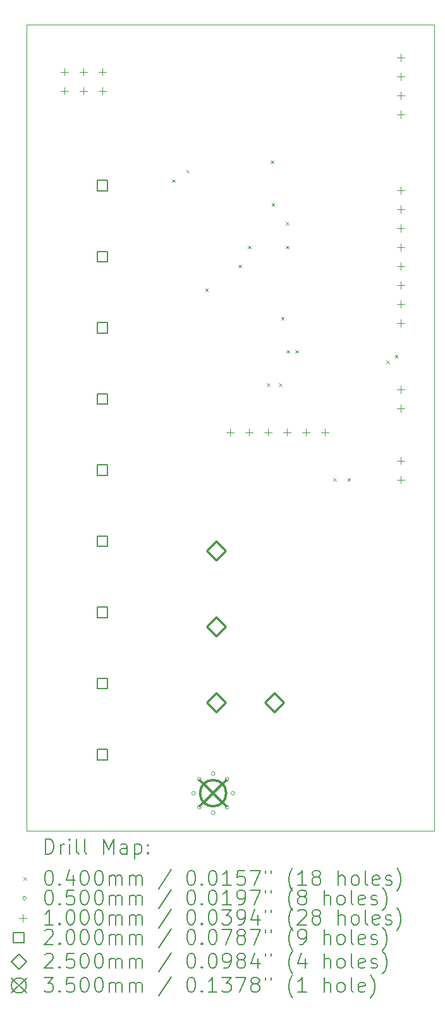
<source format=gbr>
%FSLAX45Y45*%
G04 Gerber Fmt 4.5, Leading zero omitted, Abs format (unit mm)*
G04 Created by KiCad (PCBNEW 6.0.1-79c1e3a40b~116~ubuntu21.04.1) date 2022-02-15 15:37:36*
%MOMM*%
%LPD*%
G01*
G04 APERTURE LIST*
%TA.AperFunction,Profile*%
%ADD10C,0.050000*%
%TD*%
%ADD11C,0.200000*%
%ADD12C,0.040000*%
%ADD13C,0.050000*%
%ADD14C,0.100000*%
%ADD15C,0.250000*%
%ADD16C,0.350000*%
G04 APERTURE END LIST*
D10*
X10922000Y-16256000D02*
X5461000Y-16256000D01*
X10922000Y-12573000D02*
X10922000Y-16256000D01*
X10922000Y-11049000D02*
X10922000Y-12573000D01*
X10922000Y-5461000D02*
X10922000Y-11049000D01*
X5461000Y-5461000D02*
X10922000Y-5461000D01*
X5461000Y-16256000D02*
X5461000Y-5461000D01*
D11*
D12*
X7409500Y-7536500D02*
X7449500Y-7576500D01*
X7449500Y-7536500D02*
X7409500Y-7576500D01*
X7600000Y-7409500D02*
X7640000Y-7449500D01*
X7640000Y-7409500D02*
X7600000Y-7449500D01*
X7854000Y-8997000D02*
X7894000Y-9037000D01*
X7894000Y-8997000D02*
X7854000Y-9037000D01*
X8298500Y-8679500D02*
X8338500Y-8719500D01*
X8338500Y-8679500D02*
X8298500Y-8719500D01*
X8425500Y-8425500D02*
X8465500Y-8465500D01*
X8465500Y-8425500D02*
X8425500Y-8465500D01*
X8679500Y-10267000D02*
X8719500Y-10307000D01*
X8719500Y-10267000D02*
X8679500Y-10307000D01*
X8734000Y-7282500D02*
X8774000Y-7322500D01*
X8774000Y-7282500D02*
X8734000Y-7322500D01*
X8743000Y-7854000D02*
X8783000Y-7894000D01*
X8783000Y-7854000D02*
X8743000Y-7894000D01*
X8844500Y-10267000D02*
X8884500Y-10307000D01*
X8884500Y-10267000D02*
X8844500Y-10307000D01*
X8870000Y-9378000D02*
X8910000Y-9418000D01*
X8910000Y-9378000D02*
X8870000Y-9418000D01*
X8933500Y-8108000D02*
X8973500Y-8148000D01*
X8973500Y-8108000D02*
X8933500Y-8148000D01*
X8933500Y-8425500D02*
X8973500Y-8465500D01*
X8973500Y-8425500D02*
X8933500Y-8465500D01*
X8942500Y-9822500D02*
X8982500Y-9862500D01*
X8982500Y-9822500D02*
X8942500Y-9862500D01*
X9060500Y-9822500D02*
X9100500Y-9862500D01*
X9100500Y-9822500D02*
X9060500Y-9862500D01*
X9568500Y-11537000D02*
X9608500Y-11577000D01*
X9608500Y-11537000D02*
X9568500Y-11577000D01*
X9759000Y-11537000D02*
X9799000Y-11577000D01*
X9799000Y-11537000D02*
X9759000Y-11577000D01*
X10278286Y-9960786D02*
X10318286Y-10000786D01*
X10318286Y-9960786D02*
X10278286Y-10000786D01*
X10394000Y-9886000D02*
X10434000Y-9926000D01*
X10434000Y-9886000D02*
X10394000Y-9926000D01*
D13*
X7723500Y-15756000D02*
G75*
G03*
X7723500Y-15756000I-25000J0D01*
G01*
X7800384Y-15570384D02*
G75*
G03*
X7800384Y-15570384I-25000J0D01*
G01*
X7800384Y-15941615D02*
G75*
G03*
X7800384Y-15941615I-25000J0D01*
G01*
X7986000Y-15493500D02*
G75*
G03*
X7986000Y-15493500I-25000J0D01*
G01*
X7986000Y-16018500D02*
G75*
G03*
X7986000Y-16018500I-25000J0D01*
G01*
X8171615Y-15570384D02*
G75*
G03*
X8171615Y-15570384I-25000J0D01*
G01*
X8171615Y-15941615D02*
G75*
G03*
X8171615Y-15941615I-25000J0D01*
G01*
X8248500Y-15756000D02*
G75*
G03*
X8248500Y-15756000I-25000J0D01*
G01*
D14*
X5969000Y-6046000D02*
X5969000Y-6146000D01*
X5919000Y-6096000D02*
X6019000Y-6096000D01*
X5969000Y-6300000D02*
X5969000Y-6400000D01*
X5919000Y-6350000D02*
X6019000Y-6350000D01*
X6223000Y-6046000D02*
X6223000Y-6146000D01*
X6173000Y-6096000D02*
X6273000Y-6096000D01*
X6223000Y-6300000D02*
X6223000Y-6400000D01*
X6173000Y-6350000D02*
X6273000Y-6350000D01*
X6477000Y-6046000D02*
X6477000Y-6146000D01*
X6427000Y-6096000D02*
X6527000Y-6096000D01*
X6477000Y-6300000D02*
X6477000Y-6400000D01*
X6427000Y-6350000D02*
X6527000Y-6350000D01*
X8191500Y-10872000D02*
X8191500Y-10972000D01*
X8141500Y-10922000D02*
X8241500Y-10922000D01*
X8445500Y-10872000D02*
X8445500Y-10972000D01*
X8395500Y-10922000D02*
X8495500Y-10922000D01*
X8699500Y-10872000D02*
X8699500Y-10972000D01*
X8649500Y-10922000D02*
X8749500Y-10922000D01*
X8953500Y-10872000D02*
X8953500Y-10972000D01*
X8903500Y-10922000D02*
X9003500Y-10922000D01*
X9207500Y-10872000D02*
X9207500Y-10972000D01*
X9157500Y-10922000D02*
X9257500Y-10922000D01*
X9461500Y-10872000D02*
X9461500Y-10972000D01*
X9411500Y-10922000D02*
X9511500Y-10922000D01*
X10477500Y-5855500D02*
X10477500Y-5955500D01*
X10427500Y-5905500D02*
X10527500Y-5905500D01*
X10477500Y-6109500D02*
X10477500Y-6209500D01*
X10427500Y-6159500D02*
X10527500Y-6159500D01*
X10477500Y-6363500D02*
X10477500Y-6463500D01*
X10427500Y-6413500D02*
X10527500Y-6413500D01*
X10477500Y-6617500D02*
X10477500Y-6717500D01*
X10427500Y-6667500D02*
X10527500Y-6667500D01*
X10477500Y-7633500D02*
X10477500Y-7733500D01*
X10427500Y-7683500D02*
X10527500Y-7683500D01*
X10477500Y-7887500D02*
X10477500Y-7987500D01*
X10427500Y-7937500D02*
X10527500Y-7937500D01*
X10477500Y-8141500D02*
X10477500Y-8241500D01*
X10427500Y-8191500D02*
X10527500Y-8191500D01*
X10477500Y-8395500D02*
X10477500Y-8495500D01*
X10427500Y-8445500D02*
X10527500Y-8445500D01*
X10477500Y-8649500D02*
X10477500Y-8749500D01*
X10427500Y-8699500D02*
X10527500Y-8699500D01*
X10477500Y-8903500D02*
X10477500Y-9003500D01*
X10427500Y-8953500D02*
X10527500Y-8953500D01*
X10477500Y-9157500D02*
X10477500Y-9257500D01*
X10427500Y-9207500D02*
X10527500Y-9207500D01*
X10477500Y-9411500D02*
X10477500Y-9511500D01*
X10427500Y-9461500D02*
X10527500Y-9461500D01*
X10477500Y-10300500D02*
X10477500Y-10400500D01*
X10427500Y-10350500D02*
X10527500Y-10350500D01*
X10477500Y-10554500D02*
X10477500Y-10654500D01*
X10427500Y-10604500D02*
X10527500Y-10604500D01*
X10477500Y-11253000D02*
X10477500Y-11353000D01*
X10427500Y-11303000D02*
X10527500Y-11303000D01*
X10477500Y-11507000D02*
X10477500Y-11607000D01*
X10427500Y-11557000D02*
X10527500Y-11557000D01*
D11*
X6547711Y-7690711D02*
X6547711Y-7549289D01*
X6406289Y-7549289D01*
X6406289Y-7690711D01*
X6547711Y-7690711D01*
X6547711Y-8643211D02*
X6547711Y-8501789D01*
X6406289Y-8501789D01*
X6406289Y-8643211D01*
X6547711Y-8643211D01*
X6547711Y-9595711D02*
X6547711Y-9454289D01*
X6406289Y-9454289D01*
X6406289Y-9595711D01*
X6547711Y-9595711D01*
X6547711Y-10548211D02*
X6547711Y-10406789D01*
X6406289Y-10406789D01*
X6406289Y-10548211D01*
X6547711Y-10548211D01*
X6547711Y-11500711D02*
X6547711Y-11359289D01*
X6406289Y-11359289D01*
X6406289Y-11500711D01*
X6547711Y-11500711D01*
X6547711Y-12453211D02*
X6547711Y-12311789D01*
X6406289Y-12311789D01*
X6406289Y-12453211D01*
X6547711Y-12453211D01*
X6547711Y-13405711D02*
X6547711Y-13264289D01*
X6406289Y-13264289D01*
X6406289Y-13405711D01*
X6547711Y-13405711D01*
X6547711Y-14358211D02*
X6547711Y-14216789D01*
X6406289Y-14216789D01*
X6406289Y-14358211D01*
X6547711Y-14358211D01*
X6547711Y-15310711D02*
X6547711Y-15169289D01*
X6406289Y-15169289D01*
X6406289Y-15310711D01*
X6547711Y-15310711D01*
D15*
X8001000Y-12634500D02*
X8126000Y-12509500D01*
X8001000Y-12384500D01*
X7876000Y-12509500D01*
X8001000Y-12634500D01*
X8001000Y-13650500D02*
X8126000Y-13525500D01*
X8001000Y-13400500D01*
X7876000Y-13525500D01*
X8001000Y-13650500D01*
X8001000Y-14666500D02*
X8126000Y-14541500D01*
X8001000Y-14416500D01*
X7876000Y-14541500D01*
X8001000Y-14666500D01*
X8781000Y-14666500D02*
X8906000Y-14541500D01*
X8781000Y-14416500D01*
X8656000Y-14541500D01*
X8781000Y-14666500D01*
D16*
X7786000Y-15581000D02*
X8136000Y-15931000D01*
X8136000Y-15581000D02*
X7786000Y-15931000D01*
X8136000Y-15756000D02*
G75*
G03*
X8136000Y-15756000I-175000J0D01*
G01*
D11*
X5716119Y-16568976D02*
X5716119Y-16368976D01*
X5763738Y-16368976D01*
X5792309Y-16378500D01*
X5811357Y-16397548D01*
X5820881Y-16416595D01*
X5830405Y-16454690D01*
X5830405Y-16483262D01*
X5820881Y-16521357D01*
X5811357Y-16540405D01*
X5792309Y-16559452D01*
X5763738Y-16568976D01*
X5716119Y-16568976D01*
X5916119Y-16568976D02*
X5916119Y-16435643D01*
X5916119Y-16473738D02*
X5925643Y-16454690D01*
X5935167Y-16445167D01*
X5954214Y-16435643D01*
X5973262Y-16435643D01*
X6039928Y-16568976D02*
X6039928Y-16435643D01*
X6039928Y-16368976D02*
X6030405Y-16378500D01*
X6039928Y-16388024D01*
X6049452Y-16378500D01*
X6039928Y-16368976D01*
X6039928Y-16388024D01*
X6163738Y-16568976D02*
X6144690Y-16559452D01*
X6135167Y-16540405D01*
X6135167Y-16368976D01*
X6268500Y-16568976D02*
X6249452Y-16559452D01*
X6239928Y-16540405D01*
X6239928Y-16368976D01*
X6497071Y-16568976D02*
X6497071Y-16368976D01*
X6563738Y-16511833D01*
X6630405Y-16368976D01*
X6630405Y-16568976D01*
X6811357Y-16568976D02*
X6811357Y-16464214D01*
X6801833Y-16445167D01*
X6782786Y-16435643D01*
X6744690Y-16435643D01*
X6725643Y-16445167D01*
X6811357Y-16559452D02*
X6792309Y-16568976D01*
X6744690Y-16568976D01*
X6725643Y-16559452D01*
X6716119Y-16540405D01*
X6716119Y-16521357D01*
X6725643Y-16502309D01*
X6744690Y-16492786D01*
X6792309Y-16492786D01*
X6811357Y-16483262D01*
X6906595Y-16435643D02*
X6906595Y-16635643D01*
X6906595Y-16445167D02*
X6925643Y-16435643D01*
X6963738Y-16435643D01*
X6982786Y-16445167D01*
X6992309Y-16454690D01*
X7001833Y-16473738D01*
X7001833Y-16530881D01*
X6992309Y-16549928D01*
X6982786Y-16559452D01*
X6963738Y-16568976D01*
X6925643Y-16568976D01*
X6906595Y-16559452D01*
X7087548Y-16549928D02*
X7097071Y-16559452D01*
X7087548Y-16568976D01*
X7078024Y-16559452D01*
X7087548Y-16549928D01*
X7087548Y-16568976D01*
X7087548Y-16445167D02*
X7097071Y-16454690D01*
X7087548Y-16464214D01*
X7078024Y-16454690D01*
X7087548Y-16445167D01*
X7087548Y-16464214D01*
D12*
X5418500Y-16878500D02*
X5458500Y-16918500D01*
X5458500Y-16878500D02*
X5418500Y-16918500D01*
D11*
X5754214Y-16788976D02*
X5773262Y-16788976D01*
X5792309Y-16798500D01*
X5801833Y-16808024D01*
X5811357Y-16827071D01*
X5820881Y-16865167D01*
X5820881Y-16912786D01*
X5811357Y-16950881D01*
X5801833Y-16969929D01*
X5792309Y-16979452D01*
X5773262Y-16988976D01*
X5754214Y-16988976D01*
X5735167Y-16979452D01*
X5725643Y-16969929D01*
X5716119Y-16950881D01*
X5706595Y-16912786D01*
X5706595Y-16865167D01*
X5716119Y-16827071D01*
X5725643Y-16808024D01*
X5735167Y-16798500D01*
X5754214Y-16788976D01*
X5906595Y-16969929D02*
X5916119Y-16979452D01*
X5906595Y-16988976D01*
X5897071Y-16979452D01*
X5906595Y-16969929D01*
X5906595Y-16988976D01*
X6087548Y-16855643D02*
X6087548Y-16988976D01*
X6039928Y-16779452D02*
X5992309Y-16922310D01*
X6116119Y-16922310D01*
X6230405Y-16788976D02*
X6249452Y-16788976D01*
X6268500Y-16798500D01*
X6278024Y-16808024D01*
X6287548Y-16827071D01*
X6297071Y-16865167D01*
X6297071Y-16912786D01*
X6287548Y-16950881D01*
X6278024Y-16969929D01*
X6268500Y-16979452D01*
X6249452Y-16988976D01*
X6230405Y-16988976D01*
X6211357Y-16979452D01*
X6201833Y-16969929D01*
X6192309Y-16950881D01*
X6182786Y-16912786D01*
X6182786Y-16865167D01*
X6192309Y-16827071D01*
X6201833Y-16808024D01*
X6211357Y-16798500D01*
X6230405Y-16788976D01*
X6420881Y-16788976D02*
X6439928Y-16788976D01*
X6458976Y-16798500D01*
X6468500Y-16808024D01*
X6478024Y-16827071D01*
X6487548Y-16865167D01*
X6487548Y-16912786D01*
X6478024Y-16950881D01*
X6468500Y-16969929D01*
X6458976Y-16979452D01*
X6439928Y-16988976D01*
X6420881Y-16988976D01*
X6401833Y-16979452D01*
X6392309Y-16969929D01*
X6382786Y-16950881D01*
X6373262Y-16912786D01*
X6373262Y-16865167D01*
X6382786Y-16827071D01*
X6392309Y-16808024D01*
X6401833Y-16798500D01*
X6420881Y-16788976D01*
X6573262Y-16988976D02*
X6573262Y-16855643D01*
X6573262Y-16874690D02*
X6582786Y-16865167D01*
X6601833Y-16855643D01*
X6630405Y-16855643D01*
X6649452Y-16865167D01*
X6658976Y-16884214D01*
X6658976Y-16988976D01*
X6658976Y-16884214D02*
X6668500Y-16865167D01*
X6687548Y-16855643D01*
X6716119Y-16855643D01*
X6735167Y-16865167D01*
X6744690Y-16884214D01*
X6744690Y-16988976D01*
X6839928Y-16988976D02*
X6839928Y-16855643D01*
X6839928Y-16874690D02*
X6849452Y-16865167D01*
X6868500Y-16855643D01*
X6897071Y-16855643D01*
X6916119Y-16865167D01*
X6925643Y-16884214D01*
X6925643Y-16988976D01*
X6925643Y-16884214D02*
X6935167Y-16865167D01*
X6954214Y-16855643D01*
X6982786Y-16855643D01*
X7001833Y-16865167D01*
X7011357Y-16884214D01*
X7011357Y-16988976D01*
X7401833Y-16779452D02*
X7230405Y-17036595D01*
X7658976Y-16788976D02*
X7678024Y-16788976D01*
X7697071Y-16798500D01*
X7706595Y-16808024D01*
X7716119Y-16827071D01*
X7725643Y-16865167D01*
X7725643Y-16912786D01*
X7716119Y-16950881D01*
X7706595Y-16969929D01*
X7697071Y-16979452D01*
X7678024Y-16988976D01*
X7658976Y-16988976D01*
X7639928Y-16979452D01*
X7630405Y-16969929D01*
X7620881Y-16950881D01*
X7611357Y-16912786D01*
X7611357Y-16865167D01*
X7620881Y-16827071D01*
X7630405Y-16808024D01*
X7639928Y-16798500D01*
X7658976Y-16788976D01*
X7811357Y-16969929D02*
X7820881Y-16979452D01*
X7811357Y-16988976D01*
X7801833Y-16979452D01*
X7811357Y-16969929D01*
X7811357Y-16988976D01*
X7944690Y-16788976D02*
X7963738Y-16788976D01*
X7982786Y-16798500D01*
X7992309Y-16808024D01*
X8001833Y-16827071D01*
X8011357Y-16865167D01*
X8011357Y-16912786D01*
X8001833Y-16950881D01*
X7992309Y-16969929D01*
X7982786Y-16979452D01*
X7963738Y-16988976D01*
X7944690Y-16988976D01*
X7925643Y-16979452D01*
X7916119Y-16969929D01*
X7906595Y-16950881D01*
X7897071Y-16912786D01*
X7897071Y-16865167D01*
X7906595Y-16827071D01*
X7916119Y-16808024D01*
X7925643Y-16798500D01*
X7944690Y-16788976D01*
X8201833Y-16988976D02*
X8087548Y-16988976D01*
X8144690Y-16988976D02*
X8144690Y-16788976D01*
X8125643Y-16817548D01*
X8106595Y-16836595D01*
X8087548Y-16846119D01*
X8382786Y-16788976D02*
X8287548Y-16788976D01*
X8278024Y-16884214D01*
X8287548Y-16874690D01*
X8306595Y-16865167D01*
X8354214Y-16865167D01*
X8373262Y-16874690D01*
X8382786Y-16884214D01*
X8392310Y-16903262D01*
X8392310Y-16950881D01*
X8382786Y-16969929D01*
X8373262Y-16979452D01*
X8354214Y-16988976D01*
X8306595Y-16988976D01*
X8287548Y-16979452D01*
X8278024Y-16969929D01*
X8458976Y-16788976D02*
X8592310Y-16788976D01*
X8506595Y-16988976D01*
X8658976Y-16788976D02*
X8658976Y-16827071D01*
X8735167Y-16788976D02*
X8735167Y-16827071D01*
X9030405Y-17065167D02*
X9020881Y-17055643D01*
X9001833Y-17027071D01*
X8992310Y-17008024D01*
X8982786Y-16979452D01*
X8973262Y-16931833D01*
X8973262Y-16893738D01*
X8982786Y-16846119D01*
X8992310Y-16817548D01*
X9001833Y-16798500D01*
X9020881Y-16769928D01*
X9030405Y-16760405D01*
X9211357Y-16988976D02*
X9097071Y-16988976D01*
X9154214Y-16988976D02*
X9154214Y-16788976D01*
X9135167Y-16817548D01*
X9116119Y-16836595D01*
X9097071Y-16846119D01*
X9325643Y-16874690D02*
X9306595Y-16865167D01*
X9297071Y-16855643D01*
X9287548Y-16836595D01*
X9287548Y-16827071D01*
X9297071Y-16808024D01*
X9306595Y-16798500D01*
X9325643Y-16788976D01*
X9363738Y-16788976D01*
X9382786Y-16798500D01*
X9392310Y-16808024D01*
X9401833Y-16827071D01*
X9401833Y-16836595D01*
X9392310Y-16855643D01*
X9382786Y-16865167D01*
X9363738Y-16874690D01*
X9325643Y-16874690D01*
X9306595Y-16884214D01*
X9297071Y-16893738D01*
X9287548Y-16912786D01*
X9287548Y-16950881D01*
X9297071Y-16969929D01*
X9306595Y-16979452D01*
X9325643Y-16988976D01*
X9363738Y-16988976D01*
X9382786Y-16979452D01*
X9392310Y-16969929D01*
X9401833Y-16950881D01*
X9401833Y-16912786D01*
X9392310Y-16893738D01*
X9382786Y-16884214D01*
X9363738Y-16874690D01*
X9639929Y-16988976D02*
X9639929Y-16788976D01*
X9725643Y-16988976D02*
X9725643Y-16884214D01*
X9716119Y-16865167D01*
X9697071Y-16855643D01*
X9668500Y-16855643D01*
X9649452Y-16865167D01*
X9639929Y-16874690D01*
X9849452Y-16988976D02*
X9830405Y-16979452D01*
X9820881Y-16969929D01*
X9811357Y-16950881D01*
X9811357Y-16893738D01*
X9820881Y-16874690D01*
X9830405Y-16865167D01*
X9849452Y-16855643D01*
X9878024Y-16855643D01*
X9897071Y-16865167D01*
X9906595Y-16874690D01*
X9916119Y-16893738D01*
X9916119Y-16950881D01*
X9906595Y-16969929D01*
X9897071Y-16979452D01*
X9878024Y-16988976D01*
X9849452Y-16988976D01*
X10030405Y-16988976D02*
X10011357Y-16979452D01*
X10001833Y-16960405D01*
X10001833Y-16788976D01*
X10182786Y-16979452D02*
X10163738Y-16988976D01*
X10125643Y-16988976D01*
X10106595Y-16979452D01*
X10097071Y-16960405D01*
X10097071Y-16884214D01*
X10106595Y-16865167D01*
X10125643Y-16855643D01*
X10163738Y-16855643D01*
X10182786Y-16865167D01*
X10192310Y-16884214D01*
X10192310Y-16903262D01*
X10097071Y-16922310D01*
X10268500Y-16979452D02*
X10287548Y-16988976D01*
X10325643Y-16988976D01*
X10344690Y-16979452D01*
X10354214Y-16960405D01*
X10354214Y-16950881D01*
X10344690Y-16931833D01*
X10325643Y-16922310D01*
X10297071Y-16922310D01*
X10278024Y-16912786D01*
X10268500Y-16893738D01*
X10268500Y-16884214D01*
X10278024Y-16865167D01*
X10297071Y-16855643D01*
X10325643Y-16855643D01*
X10344690Y-16865167D01*
X10420881Y-17065167D02*
X10430405Y-17055643D01*
X10449452Y-17027071D01*
X10458976Y-17008024D01*
X10468500Y-16979452D01*
X10478024Y-16931833D01*
X10478024Y-16893738D01*
X10468500Y-16846119D01*
X10458976Y-16817548D01*
X10449452Y-16798500D01*
X10430405Y-16769928D01*
X10420881Y-16760405D01*
D13*
X5458500Y-17162500D02*
G75*
G03*
X5458500Y-17162500I-25000J0D01*
G01*
D11*
X5754214Y-17052976D02*
X5773262Y-17052976D01*
X5792309Y-17062500D01*
X5801833Y-17072024D01*
X5811357Y-17091071D01*
X5820881Y-17129167D01*
X5820881Y-17176786D01*
X5811357Y-17214881D01*
X5801833Y-17233929D01*
X5792309Y-17243452D01*
X5773262Y-17252976D01*
X5754214Y-17252976D01*
X5735167Y-17243452D01*
X5725643Y-17233929D01*
X5716119Y-17214881D01*
X5706595Y-17176786D01*
X5706595Y-17129167D01*
X5716119Y-17091071D01*
X5725643Y-17072024D01*
X5735167Y-17062500D01*
X5754214Y-17052976D01*
X5906595Y-17233929D02*
X5916119Y-17243452D01*
X5906595Y-17252976D01*
X5897071Y-17243452D01*
X5906595Y-17233929D01*
X5906595Y-17252976D01*
X6097071Y-17052976D02*
X6001833Y-17052976D01*
X5992309Y-17148214D01*
X6001833Y-17138690D01*
X6020881Y-17129167D01*
X6068500Y-17129167D01*
X6087548Y-17138690D01*
X6097071Y-17148214D01*
X6106595Y-17167262D01*
X6106595Y-17214881D01*
X6097071Y-17233929D01*
X6087548Y-17243452D01*
X6068500Y-17252976D01*
X6020881Y-17252976D01*
X6001833Y-17243452D01*
X5992309Y-17233929D01*
X6230405Y-17052976D02*
X6249452Y-17052976D01*
X6268500Y-17062500D01*
X6278024Y-17072024D01*
X6287548Y-17091071D01*
X6297071Y-17129167D01*
X6297071Y-17176786D01*
X6287548Y-17214881D01*
X6278024Y-17233929D01*
X6268500Y-17243452D01*
X6249452Y-17252976D01*
X6230405Y-17252976D01*
X6211357Y-17243452D01*
X6201833Y-17233929D01*
X6192309Y-17214881D01*
X6182786Y-17176786D01*
X6182786Y-17129167D01*
X6192309Y-17091071D01*
X6201833Y-17072024D01*
X6211357Y-17062500D01*
X6230405Y-17052976D01*
X6420881Y-17052976D02*
X6439928Y-17052976D01*
X6458976Y-17062500D01*
X6468500Y-17072024D01*
X6478024Y-17091071D01*
X6487548Y-17129167D01*
X6487548Y-17176786D01*
X6478024Y-17214881D01*
X6468500Y-17233929D01*
X6458976Y-17243452D01*
X6439928Y-17252976D01*
X6420881Y-17252976D01*
X6401833Y-17243452D01*
X6392309Y-17233929D01*
X6382786Y-17214881D01*
X6373262Y-17176786D01*
X6373262Y-17129167D01*
X6382786Y-17091071D01*
X6392309Y-17072024D01*
X6401833Y-17062500D01*
X6420881Y-17052976D01*
X6573262Y-17252976D02*
X6573262Y-17119643D01*
X6573262Y-17138690D02*
X6582786Y-17129167D01*
X6601833Y-17119643D01*
X6630405Y-17119643D01*
X6649452Y-17129167D01*
X6658976Y-17148214D01*
X6658976Y-17252976D01*
X6658976Y-17148214D02*
X6668500Y-17129167D01*
X6687548Y-17119643D01*
X6716119Y-17119643D01*
X6735167Y-17129167D01*
X6744690Y-17148214D01*
X6744690Y-17252976D01*
X6839928Y-17252976D02*
X6839928Y-17119643D01*
X6839928Y-17138690D02*
X6849452Y-17129167D01*
X6868500Y-17119643D01*
X6897071Y-17119643D01*
X6916119Y-17129167D01*
X6925643Y-17148214D01*
X6925643Y-17252976D01*
X6925643Y-17148214D02*
X6935167Y-17129167D01*
X6954214Y-17119643D01*
X6982786Y-17119643D01*
X7001833Y-17129167D01*
X7011357Y-17148214D01*
X7011357Y-17252976D01*
X7401833Y-17043452D02*
X7230405Y-17300595D01*
X7658976Y-17052976D02*
X7678024Y-17052976D01*
X7697071Y-17062500D01*
X7706595Y-17072024D01*
X7716119Y-17091071D01*
X7725643Y-17129167D01*
X7725643Y-17176786D01*
X7716119Y-17214881D01*
X7706595Y-17233929D01*
X7697071Y-17243452D01*
X7678024Y-17252976D01*
X7658976Y-17252976D01*
X7639928Y-17243452D01*
X7630405Y-17233929D01*
X7620881Y-17214881D01*
X7611357Y-17176786D01*
X7611357Y-17129167D01*
X7620881Y-17091071D01*
X7630405Y-17072024D01*
X7639928Y-17062500D01*
X7658976Y-17052976D01*
X7811357Y-17233929D02*
X7820881Y-17243452D01*
X7811357Y-17252976D01*
X7801833Y-17243452D01*
X7811357Y-17233929D01*
X7811357Y-17252976D01*
X7944690Y-17052976D02*
X7963738Y-17052976D01*
X7982786Y-17062500D01*
X7992309Y-17072024D01*
X8001833Y-17091071D01*
X8011357Y-17129167D01*
X8011357Y-17176786D01*
X8001833Y-17214881D01*
X7992309Y-17233929D01*
X7982786Y-17243452D01*
X7963738Y-17252976D01*
X7944690Y-17252976D01*
X7925643Y-17243452D01*
X7916119Y-17233929D01*
X7906595Y-17214881D01*
X7897071Y-17176786D01*
X7897071Y-17129167D01*
X7906595Y-17091071D01*
X7916119Y-17072024D01*
X7925643Y-17062500D01*
X7944690Y-17052976D01*
X8201833Y-17252976D02*
X8087548Y-17252976D01*
X8144690Y-17252976D02*
X8144690Y-17052976D01*
X8125643Y-17081548D01*
X8106595Y-17100595D01*
X8087548Y-17110119D01*
X8297071Y-17252976D02*
X8335167Y-17252976D01*
X8354214Y-17243452D01*
X8363738Y-17233929D01*
X8382786Y-17205357D01*
X8392310Y-17167262D01*
X8392310Y-17091071D01*
X8382786Y-17072024D01*
X8373262Y-17062500D01*
X8354214Y-17052976D01*
X8316119Y-17052976D01*
X8297071Y-17062500D01*
X8287548Y-17072024D01*
X8278024Y-17091071D01*
X8278024Y-17138690D01*
X8287548Y-17157738D01*
X8297071Y-17167262D01*
X8316119Y-17176786D01*
X8354214Y-17176786D01*
X8373262Y-17167262D01*
X8382786Y-17157738D01*
X8392310Y-17138690D01*
X8458976Y-17052976D02*
X8592310Y-17052976D01*
X8506595Y-17252976D01*
X8658976Y-17052976D02*
X8658976Y-17091071D01*
X8735167Y-17052976D02*
X8735167Y-17091071D01*
X9030405Y-17329167D02*
X9020881Y-17319643D01*
X9001833Y-17291071D01*
X8992310Y-17272024D01*
X8982786Y-17243452D01*
X8973262Y-17195833D01*
X8973262Y-17157738D01*
X8982786Y-17110119D01*
X8992310Y-17081548D01*
X9001833Y-17062500D01*
X9020881Y-17033929D01*
X9030405Y-17024405D01*
X9135167Y-17138690D02*
X9116119Y-17129167D01*
X9106595Y-17119643D01*
X9097071Y-17100595D01*
X9097071Y-17091071D01*
X9106595Y-17072024D01*
X9116119Y-17062500D01*
X9135167Y-17052976D01*
X9173262Y-17052976D01*
X9192310Y-17062500D01*
X9201833Y-17072024D01*
X9211357Y-17091071D01*
X9211357Y-17100595D01*
X9201833Y-17119643D01*
X9192310Y-17129167D01*
X9173262Y-17138690D01*
X9135167Y-17138690D01*
X9116119Y-17148214D01*
X9106595Y-17157738D01*
X9097071Y-17176786D01*
X9097071Y-17214881D01*
X9106595Y-17233929D01*
X9116119Y-17243452D01*
X9135167Y-17252976D01*
X9173262Y-17252976D01*
X9192310Y-17243452D01*
X9201833Y-17233929D01*
X9211357Y-17214881D01*
X9211357Y-17176786D01*
X9201833Y-17157738D01*
X9192310Y-17148214D01*
X9173262Y-17138690D01*
X9449452Y-17252976D02*
X9449452Y-17052976D01*
X9535167Y-17252976D02*
X9535167Y-17148214D01*
X9525643Y-17129167D01*
X9506595Y-17119643D01*
X9478024Y-17119643D01*
X9458976Y-17129167D01*
X9449452Y-17138690D01*
X9658976Y-17252976D02*
X9639929Y-17243452D01*
X9630405Y-17233929D01*
X9620881Y-17214881D01*
X9620881Y-17157738D01*
X9630405Y-17138690D01*
X9639929Y-17129167D01*
X9658976Y-17119643D01*
X9687548Y-17119643D01*
X9706595Y-17129167D01*
X9716119Y-17138690D01*
X9725643Y-17157738D01*
X9725643Y-17214881D01*
X9716119Y-17233929D01*
X9706595Y-17243452D01*
X9687548Y-17252976D01*
X9658976Y-17252976D01*
X9839929Y-17252976D02*
X9820881Y-17243452D01*
X9811357Y-17224405D01*
X9811357Y-17052976D01*
X9992310Y-17243452D02*
X9973262Y-17252976D01*
X9935167Y-17252976D01*
X9916119Y-17243452D01*
X9906595Y-17224405D01*
X9906595Y-17148214D01*
X9916119Y-17129167D01*
X9935167Y-17119643D01*
X9973262Y-17119643D01*
X9992310Y-17129167D01*
X10001833Y-17148214D01*
X10001833Y-17167262D01*
X9906595Y-17186310D01*
X10078024Y-17243452D02*
X10097071Y-17252976D01*
X10135167Y-17252976D01*
X10154214Y-17243452D01*
X10163738Y-17224405D01*
X10163738Y-17214881D01*
X10154214Y-17195833D01*
X10135167Y-17186310D01*
X10106595Y-17186310D01*
X10087548Y-17176786D01*
X10078024Y-17157738D01*
X10078024Y-17148214D01*
X10087548Y-17129167D01*
X10106595Y-17119643D01*
X10135167Y-17119643D01*
X10154214Y-17129167D01*
X10230405Y-17329167D02*
X10239929Y-17319643D01*
X10258976Y-17291071D01*
X10268500Y-17272024D01*
X10278024Y-17243452D01*
X10287548Y-17195833D01*
X10287548Y-17157738D01*
X10278024Y-17110119D01*
X10268500Y-17081548D01*
X10258976Y-17062500D01*
X10239929Y-17033929D01*
X10230405Y-17024405D01*
D14*
X5408500Y-17376500D02*
X5408500Y-17476500D01*
X5358500Y-17426500D02*
X5458500Y-17426500D01*
D11*
X5820881Y-17516976D02*
X5706595Y-17516976D01*
X5763738Y-17516976D02*
X5763738Y-17316976D01*
X5744690Y-17345548D01*
X5725643Y-17364595D01*
X5706595Y-17374119D01*
X5906595Y-17497929D02*
X5916119Y-17507452D01*
X5906595Y-17516976D01*
X5897071Y-17507452D01*
X5906595Y-17497929D01*
X5906595Y-17516976D01*
X6039928Y-17316976D02*
X6058976Y-17316976D01*
X6078024Y-17326500D01*
X6087548Y-17336024D01*
X6097071Y-17355071D01*
X6106595Y-17393167D01*
X6106595Y-17440786D01*
X6097071Y-17478881D01*
X6087548Y-17497929D01*
X6078024Y-17507452D01*
X6058976Y-17516976D01*
X6039928Y-17516976D01*
X6020881Y-17507452D01*
X6011357Y-17497929D01*
X6001833Y-17478881D01*
X5992309Y-17440786D01*
X5992309Y-17393167D01*
X6001833Y-17355071D01*
X6011357Y-17336024D01*
X6020881Y-17326500D01*
X6039928Y-17316976D01*
X6230405Y-17316976D02*
X6249452Y-17316976D01*
X6268500Y-17326500D01*
X6278024Y-17336024D01*
X6287548Y-17355071D01*
X6297071Y-17393167D01*
X6297071Y-17440786D01*
X6287548Y-17478881D01*
X6278024Y-17497929D01*
X6268500Y-17507452D01*
X6249452Y-17516976D01*
X6230405Y-17516976D01*
X6211357Y-17507452D01*
X6201833Y-17497929D01*
X6192309Y-17478881D01*
X6182786Y-17440786D01*
X6182786Y-17393167D01*
X6192309Y-17355071D01*
X6201833Y-17336024D01*
X6211357Y-17326500D01*
X6230405Y-17316976D01*
X6420881Y-17316976D02*
X6439928Y-17316976D01*
X6458976Y-17326500D01*
X6468500Y-17336024D01*
X6478024Y-17355071D01*
X6487548Y-17393167D01*
X6487548Y-17440786D01*
X6478024Y-17478881D01*
X6468500Y-17497929D01*
X6458976Y-17507452D01*
X6439928Y-17516976D01*
X6420881Y-17516976D01*
X6401833Y-17507452D01*
X6392309Y-17497929D01*
X6382786Y-17478881D01*
X6373262Y-17440786D01*
X6373262Y-17393167D01*
X6382786Y-17355071D01*
X6392309Y-17336024D01*
X6401833Y-17326500D01*
X6420881Y-17316976D01*
X6573262Y-17516976D02*
X6573262Y-17383643D01*
X6573262Y-17402690D02*
X6582786Y-17393167D01*
X6601833Y-17383643D01*
X6630405Y-17383643D01*
X6649452Y-17393167D01*
X6658976Y-17412214D01*
X6658976Y-17516976D01*
X6658976Y-17412214D02*
X6668500Y-17393167D01*
X6687548Y-17383643D01*
X6716119Y-17383643D01*
X6735167Y-17393167D01*
X6744690Y-17412214D01*
X6744690Y-17516976D01*
X6839928Y-17516976D02*
X6839928Y-17383643D01*
X6839928Y-17402690D02*
X6849452Y-17393167D01*
X6868500Y-17383643D01*
X6897071Y-17383643D01*
X6916119Y-17393167D01*
X6925643Y-17412214D01*
X6925643Y-17516976D01*
X6925643Y-17412214D02*
X6935167Y-17393167D01*
X6954214Y-17383643D01*
X6982786Y-17383643D01*
X7001833Y-17393167D01*
X7011357Y-17412214D01*
X7011357Y-17516976D01*
X7401833Y-17307452D02*
X7230405Y-17564595D01*
X7658976Y-17316976D02*
X7678024Y-17316976D01*
X7697071Y-17326500D01*
X7706595Y-17336024D01*
X7716119Y-17355071D01*
X7725643Y-17393167D01*
X7725643Y-17440786D01*
X7716119Y-17478881D01*
X7706595Y-17497929D01*
X7697071Y-17507452D01*
X7678024Y-17516976D01*
X7658976Y-17516976D01*
X7639928Y-17507452D01*
X7630405Y-17497929D01*
X7620881Y-17478881D01*
X7611357Y-17440786D01*
X7611357Y-17393167D01*
X7620881Y-17355071D01*
X7630405Y-17336024D01*
X7639928Y-17326500D01*
X7658976Y-17316976D01*
X7811357Y-17497929D02*
X7820881Y-17507452D01*
X7811357Y-17516976D01*
X7801833Y-17507452D01*
X7811357Y-17497929D01*
X7811357Y-17516976D01*
X7944690Y-17316976D02*
X7963738Y-17316976D01*
X7982786Y-17326500D01*
X7992309Y-17336024D01*
X8001833Y-17355071D01*
X8011357Y-17393167D01*
X8011357Y-17440786D01*
X8001833Y-17478881D01*
X7992309Y-17497929D01*
X7982786Y-17507452D01*
X7963738Y-17516976D01*
X7944690Y-17516976D01*
X7925643Y-17507452D01*
X7916119Y-17497929D01*
X7906595Y-17478881D01*
X7897071Y-17440786D01*
X7897071Y-17393167D01*
X7906595Y-17355071D01*
X7916119Y-17336024D01*
X7925643Y-17326500D01*
X7944690Y-17316976D01*
X8078024Y-17316976D02*
X8201833Y-17316976D01*
X8135167Y-17393167D01*
X8163738Y-17393167D01*
X8182786Y-17402690D01*
X8192309Y-17412214D01*
X8201833Y-17431262D01*
X8201833Y-17478881D01*
X8192309Y-17497929D01*
X8182786Y-17507452D01*
X8163738Y-17516976D01*
X8106595Y-17516976D01*
X8087548Y-17507452D01*
X8078024Y-17497929D01*
X8297071Y-17516976D02*
X8335167Y-17516976D01*
X8354214Y-17507452D01*
X8363738Y-17497929D01*
X8382786Y-17469357D01*
X8392310Y-17431262D01*
X8392310Y-17355071D01*
X8382786Y-17336024D01*
X8373262Y-17326500D01*
X8354214Y-17316976D01*
X8316119Y-17316976D01*
X8297071Y-17326500D01*
X8287548Y-17336024D01*
X8278024Y-17355071D01*
X8278024Y-17402690D01*
X8287548Y-17421738D01*
X8297071Y-17431262D01*
X8316119Y-17440786D01*
X8354214Y-17440786D01*
X8373262Y-17431262D01*
X8382786Y-17421738D01*
X8392310Y-17402690D01*
X8563738Y-17383643D02*
X8563738Y-17516976D01*
X8516119Y-17307452D02*
X8468500Y-17450310D01*
X8592310Y-17450310D01*
X8658976Y-17316976D02*
X8658976Y-17355071D01*
X8735167Y-17316976D02*
X8735167Y-17355071D01*
X9030405Y-17593167D02*
X9020881Y-17583643D01*
X9001833Y-17555071D01*
X8992310Y-17536024D01*
X8982786Y-17507452D01*
X8973262Y-17459833D01*
X8973262Y-17421738D01*
X8982786Y-17374119D01*
X8992310Y-17345548D01*
X9001833Y-17326500D01*
X9020881Y-17297929D01*
X9030405Y-17288405D01*
X9097071Y-17336024D02*
X9106595Y-17326500D01*
X9125643Y-17316976D01*
X9173262Y-17316976D01*
X9192310Y-17326500D01*
X9201833Y-17336024D01*
X9211357Y-17355071D01*
X9211357Y-17374119D01*
X9201833Y-17402690D01*
X9087548Y-17516976D01*
X9211357Y-17516976D01*
X9325643Y-17402690D02*
X9306595Y-17393167D01*
X9297071Y-17383643D01*
X9287548Y-17364595D01*
X9287548Y-17355071D01*
X9297071Y-17336024D01*
X9306595Y-17326500D01*
X9325643Y-17316976D01*
X9363738Y-17316976D01*
X9382786Y-17326500D01*
X9392310Y-17336024D01*
X9401833Y-17355071D01*
X9401833Y-17364595D01*
X9392310Y-17383643D01*
X9382786Y-17393167D01*
X9363738Y-17402690D01*
X9325643Y-17402690D01*
X9306595Y-17412214D01*
X9297071Y-17421738D01*
X9287548Y-17440786D01*
X9287548Y-17478881D01*
X9297071Y-17497929D01*
X9306595Y-17507452D01*
X9325643Y-17516976D01*
X9363738Y-17516976D01*
X9382786Y-17507452D01*
X9392310Y-17497929D01*
X9401833Y-17478881D01*
X9401833Y-17440786D01*
X9392310Y-17421738D01*
X9382786Y-17412214D01*
X9363738Y-17402690D01*
X9639929Y-17516976D02*
X9639929Y-17316976D01*
X9725643Y-17516976D02*
X9725643Y-17412214D01*
X9716119Y-17393167D01*
X9697071Y-17383643D01*
X9668500Y-17383643D01*
X9649452Y-17393167D01*
X9639929Y-17402690D01*
X9849452Y-17516976D02*
X9830405Y-17507452D01*
X9820881Y-17497929D01*
X9811357Y-17478881D01*
X9811357Y-17421738D01*
X9820881Y-17402690D01*
X9830405Y-17393167D01*
X9849452Y-17383643D01*
X9878024Y-17383643D01*
X9897071Y-17393167D01*
X9906595Y-17402690D01*
X9916119Y-17421738D01*
X9916119Y-17478881D01*
X9906595Y-17497929D01*
X9897071Y-17507452D01*
X9878024Y-17516976D01*
X9849452Y-17516976D01*
X10030405Y-17516976D02*
X10011357Y-17507452D01*
X10001833Y-17488405D01*
X10001833Y-17316976D01*
X10182786Y-17507452D02*
X10163738Y-17516976D01*
X10125643Y-17516976D01*
X10106595Y-17507452D01*
X10097071Y-17488405D01*
X10097071Y-17412214D01*
X10106595Y-17393167D01*
X10125643Y-17383643D01*
X10163738Y-17383643D01*
X10182786Y-17393167D01*
X10192310Y-17412214D01*
X10192310Y-17431262D01*
X10097071Y-17450310D01*
X10268500Y-17507452D02*
X10287548Y-17516976D01*
X10325643Y-17516976D01*
X10344690Y-17507452D01*
X10354214Y-17488405D01*
X10354214Y-17478881D01*
X10344690Y-17459833D01*
X10325643Y-17450310D01*
X10297071Y-17450310D01*
X10278024Y-17440786D01*
X10268500Y-17421738D01*
X10268500Y-17412214D01*
X10278024Y-17393167D01*
X10297071Y-17383643D01*
X10325643Y-17383643D01*
X10344690Y-17393167D01*
X10420881Y-17593167D02*
X10430405Y-17583643D01*
X10449452Y-17555071D01*
X10458976Y-17536024D01*
X10468500Y-17507452D01*
X10478024Y-17459833D01*
X10478024Y-17421738D01*
X10468500Y-17374119D01*
X10458976Y-17345548D01*
X10449452Y-17326500D01*
X10430405Y-17297929D01*
X10420881Y-17288405D01*
X5429211Y-17761211D02*
X5429211Y-17619789D01*
X5287789Y-17619789D01*
X5287789Y-17761211D01*
X5429211Y-17761211D01*
X5706595Y-17600024D02*
X5716119Y-17590500D01*
X5735167Y-17580976D01*
X5782786Y-17580976D01*
X5801833Y-17590500D01*
X5811357Y-17600024D01*
X5820881Y-17619071D01*
X5820881Y-17638119D01*
X5811357Y-17666690D01*
X5697071Y-17780976D01*
X5820881Y-17780976D01*
X5906595Y-17761929D02*
X5916119Y-17771452D01*
X5906595Y-17780976D01*
X5897071Y-17771452D01*
X5906595Y-17761929D01*
X5906595Y-17780976D01*
X6039928Y-17580976D02*
X6058976Y-17580976D01*
X6078024Y-17590500D01*
X6087548Y-17600024D01*
X6097071Y-17619071D01*
X6106595Y-17657167D01*
X6106595Y-17704786D01*
X6097071Y-17742881D01*
X6087548Y-17761929D01*
X6078024Y-17771452D01*
X6058976Y-17780976D01*
X6039928Y-17780976D01*
X6020881Y-17771452D01*
X6011357Y-17761929D01*
X6001833Y-17742881D01*
X5992309Y-17704786D01*
X5992309Y-17657167D01*
X6001833Y-17619071D01*
X6011357Y-17600024D01*
X6020881Y-17590500D01*
X6039928Y-17580976D01*
X6230405Y-17580976D02*
X6249452Y-17580976D01*
X6268500Y-17590500D01*
X6278024Y-17600024D01*
X6287548Y-17619071D01*
X6297071Y-17657167D01*
X6297071Y-17704786D01*
X6287548Y-17742881D01*
X6278024Y-17761929D01*
X6268500Y-17771452D01*
X6249452Y-17780976D01*
X6230405Y-17780976D01*
X6211357Y-17771452D01*
X6201833Y-17761929D01*
X6192309Y-17742881D01*
X6182786Y-17704786D01*
X6182786Y-17657167D01*
X6192309Y-17619071D01*
X6201833Y-17600024D01*
X6211357Y-17590500D01*
X6230405Y-17580976D01*
X6420881Y-17580976D02*
X6439928Y-17580976D01*
X6458976Y-17590500D01*
X6468500Y-17600024D01*
X6478024Y-17619071D01*
X6487548Y-17657167D01*
X6487548Y-17704786D01*
X6478024Y-17742881D01*
X6468500Y-17761929D01*
X6458976Y-17771452D01*
X6439928Y-17780976D01*
X6420881Y-17780976D01*
X6401833Y-17771452D01*
X6392309Y-17761929D01*
X6382786Y-17742881D01*
X6373262Y-17704786D01*
X6373262Y-17657167D01*
X6382786Y-17619071D01*
X6392309Y-17600024D01*
X6401833Y-17590500D01*
X6420881Y-17580976D01*
X6573262Y-17780976D02*
X6573262Y-17647643D01*
X6573262Y-17666690D02*
X6582786Y-17657167D01*
X6601833Y-17647643D01*
X6630405Y-17647643D01*
X6649452Y-17657167D01*
X6658976Y-17676214D01*
X6658976Y-17780976D01*
X6658976Y-17676214D02*
X6668500Y-17657167D01*
X6687548Y-17647643D01*
X6716119Y-17647643D01*
X6735167Y-17657167D01*
X6744690Y-17676214D01*
X6744690Y-17780976D01*
X6839928Y-17780976D02*
X6839928Y-17647643D01*
X6839928Y-17666690D02*
X6849452Y-17657167D01*
X6868500Y-17647643D01*
X6897071Y-17647643D01*
X6916119Y-17657167D01*
X6925643Y-17676214D01*
X6925643Y-17780976D01*
X6925643Y-17676214D02*
X6935167Y-17657167D01*
X6954214Y-17647643D01*
X6982786Y-17647643D01*
X7001833Y-17657167D01*
X7011357Y-17676214D01*
X7011357Y-17780976D01*
X7401833Y-17571452D02*
X7230405Y-17828595D01*
X7658976Y-17580976D02*
X7678024Y-17580976D01*
X7697071Y-17590500D01*
X7706595Y-17600024D01*
X7716119Y-17619071D01*
X7725643Y-17657167D01*
X7725643Y-17704786D01*
X7716119Y-17742881D01*
X7706595Y-17761929D01*
X7697071Y-17771452D01*
X7678024Y-17780976D01*
X7658976Y-17780976D01*
X7639928Y-17771452D01*
X7630405Y-17761929D01*
X7620881Y-17742881D01*
X7611357Y-17704786D01*
X7611357Y-17657167D01*
X7620881Y-17619071D01*
X7630405Y-17600024D01*
X7639928Y-17590500D01*
X7658976Y-17580976D01*
X7811357Y-17761929D02*
X7820881Y-17771452D01*
X7811357Y-17780976D01*
X7801833Y-17771452D01*
X7811357Y-17761929D01*
X7811357Y-17780976D01*
X7944690Y-17580976D02*
X7963738Y-17580976D01*
X7982786Y-17590500D01*
X7992309Y-17600024D01*
X8001833Y-17619071D01*
X8011357Y-17657167D01*
X8011357Y-17704786D01*
X8001833Y-17742881D01*
X7992309Y-17761929D01*
X7982786Y-17771452D01*
X7963738Y-17780976D01*
X7944690Y-17780976D01*
X7925643Y-17771452D01*
X7916119Y-17761929D01*
X7906595Y-17742881D01*
X7897071Y-17704786D01*
X7897071Y-17657167D01*
X7906595Y-17619071D01*
X7916119Y-17600024D01*
X7925643Y-17590500D01*
X7944690Y-17580976D01*
X8078024Y-17580976D02*
X8211357Y-17580976D01*
X8125643Y-17780976D01*
X8316119Y-17666690D02*
X8297071Y-17657167D01*
X8287548Y-17647643D01*
X8278024Y-17628595D01*
X8278024Y-17619071D01*
X8287548Y-17600024D01*
X8297071Y-17590500D01*
X8316119Y-17580976D01*
X8354214Y-17580976D01*
X8373262Y-17590500D01*
X8382786Y-17600024D01*
X8392310Y-17619071D01*
X8392310Y-17628595D01*
X8382786Y-17647643D01*
X8373262Y-17657167D01*
X8354214Y-17666690D01*
X8316119Y-17666690D01*
X8297071Y-17676214D01*
X8287548Y-17685738D01*
X8278024Y-17704786D01*
X8278024Y-17742881D01*
X8287548Y-17761929D01*
X8297071Y-17771452D01*
X8316119Y-17780976D01*
X8354214Y-17780976D01*
X8373262Y-17771452D01*
X8382786Y-17761929D01*
X8392310Y-17742881D01*
X8392310Y-17704786D01*
X8382786Y-17685738D01*
X8373262Y-17676214D01*
X8354214Y-17666690D01*
X8458976Y-17580976D02*
X8592310Y-17580976D01*
X8506595Y-17780976D01*
X8658976Y-17580976D02*
X8658976Y-17619071D01*
X8735167Y-17580976D02*
X8735167Y-17619071D01*
X9030405Y-17857167D02*
X9020881Y-17847643D01*
X9001833Y-17819071D01*
X8992310Y-17800024D01*
X8982786Y-17771452D01*
X8973262Y-17723833D01*
X8973262Y-17685738D01*
X8982786Y-17638119D01*
X8992310Y-17609548D01*
X9001833Y-17590500D01*
X9020881Y-17561929D01*
X9030405Y-17552405D01*
X9116119Y-17780976D02*
X9154214Y-17780976D01*
X9173262Y-17771452D01*
X9182786Y-17761929D01*
X9201833Y-17733357D01*
X9211357Y-17695262D01*
X9211357Y-17619071D01*
X9201833Y-17600024D01*
X9192310Y-17590500D01*
X9173262Y-17580976D01*
X9135167Y-17580976D01*
X9116119Y-17590500D01*
X9106595Y-17600024D01*
X9097071Y-17619071D01*
X9097071Y-17666690D01*
X9106595Y-17685738D01*
X9116119Y-17695262D01*
X9135167Y-17704786D01*
X9173262Y-17704786D01*
X9192310Y-17695262D01*
X9201833Y-17685738D01*
X9211357Y-17666690D01*
X9449452Y-17780976D02*
X9449452Y-17580976D01*
X9535167Y-17780976D02*
X9535167Y-17676214D01*
X9525643Y-17657167D01*
X9506595Y-17647643D01*
X9478024Y-17647643D01*
X9458976Y-17657167D01*
X9449452Y-17666690D01*
X9658976Y-17780976D02*
X9639929Y-17771452D01*
X9630405Y-17761929D01*
X9620881Y-17742881D01*
X9620881Y-17685738D01*
X9630405Y-17666690D01*
X9639929Y-17657167D01*
X9658976Y-17647643D01*
X9687548Y-17647643D01*
X9706595Y-17657167D01*
X9716119Y-17666690D01*
X9725643Y-17685738D01*
X9725643Y-17742881D01*
X9716119Y-17761929D01*
X9706595Y-17771452D01*
X9687548Y-17780976D01*
X9658976Y-17780976D01*
X9839929Y-17780976D02*
X9820881Y-17771452D01*
X9811357Y-17752405D01*
X9811357Y-17580976D01*
X9992310Y-17771452D02*
X9973262Y-17780976D01*
X9935167Y-17780976D01*
X9916119Y-17771452D01*
X9906595Y-17752405D01*
X9906595Y-17676214D01*
X9916119Y-17657167D01*
X9935167Y-17647643D01*
X9973262Y-17647643D01*
X9992310Y-17657167D01*
X10001833Y-17676214D01*
X10001833Y-17695262D01*
X9906595Y-17714310D01*
X10078024Y-17771452D02*
X10097071Y-17780976D01*
X10135167Y-17780976D01*
X10154214Y-17771452D01*
X10163738Y-17752405D01*
X10163738Y-17742881D01*
X10154214Y-17723833D01*
X10135167Y-17714310D01*
X10106595Y-17714310D01*
X10087548Y-17704786D01*
X10078024Y-17685738D01*
X10078024Y-17676214D01*
X10087548Y-17657167D01*
X10106595Y-17647643D01*
X10135167Y-17647643D01*
X10154214Y-17657167D01*
X10230405Y-17857167D02*
X10239929Y-17847643D01*
X10258976Y-17819071D01*
X10268500Y-17800024D01*
X10278024Y-17771452D01*
X10287548Y-17723833D01*
X10287548Y-17685738D01*
X10278024Y-17638119D01*
X10268500Y-17609548D01*
X10258976Y-17590500D01*
X10239929Y-17561929D01*
X10230405Y-17552405D01*
X5358500Y-18110500D02*
X5458500Y-18010500D01*
X5358500Y-17910500D01*
X5258500Y-18010500D01*
X5358500Y-18110500D01*
X5706595Y-17920024D02*
X5716119Y-17910500D01*
X5735167Y-17900976D01*
X5782786Y-17900976D01*
X5801833Y-17910500D01*
X5811357Y-17920024D01*
X5820881Y-17939071D01*
X5820881Y-17958119D01*
X5811357Y-17986690D01*
X5697071Y-18100976D01*
X5820881Y-18100976D01*
X5906595Y-18081929D02*
X5916119Y-18091452D01*
X5906595Y-18100976D01*
X5897071Y-18091452D01*
X5906595Y-18081929D01*
X5906595Y-18100976D01*
X6097071Y-17900976D02*
X6001833Y-17900976D01*
X5992309Y-17996214D01*
X6001833Y-17986690D01*
X6020881Y-17977167D01*
X6068500Y-17977167D01*
X6087548Y-17986690D01*
X6097071Y-17996214D01*
X6106595Y-18015262D01*
X6106595Y-18062881D01*
X6097071Y-18081929D01*
X6087548Y-18091452D01*
X6068500Y-18100976D01*
X6020881Y-18100976D01*
X6001833Y-18091452D01*
X5992309Y-18081929D01*
X6230405Y-17900976D02*
X6249452Y-17900976D01*
X6268500Y-17910500D01*
X6278024Y-17920024D01*
X6287548Y-17939071D01*
X6297071Y-17977167D01*
X6297071Y-18024786D01*
X6287548Y-18062881D01*
X6278024Y-18081929D01*
X6268500Y-18091452D01*
X6249452Y-18100976D01*
X6230405Y-18100976D01*
X6211357Y-18091452D01*
X6201833Y-18081929D01*
X6192309Y-18062881D01*
X6182786Y-18024786D01*
X6182786Y-17977167D01*
X6192309Y-17939071D01*
X6201833Y-17920024D01*
X6211357Y-17910500D01*
X6230405Y-17900976D01*
X6420881Y-17900976D02*
X6439928Y-17900976D01*
X6458976Y-17910500D01*
X6468500Y-17920024D01*
X6478024Y-17939071D01*
X6487548Y-17977167D01*
X6487548Y-18024786D01*
X6478024Y-18062881D01*
X6468500Y-18081929D01*
X6458976Y-18091452D01*
X6439928Y-18100976D01*
X6420881Y-18100976D01*
X6401833Y-18091452D01*
X6392309Y-18081929D01*
X6382786Y-18062881D01*
X6373262Y-18024786D01*
X6373262Y-17977167D01*
X6382786Y-17939071D01*
X6392309Y-17920024D01*
X6401833Y-17910500D01*
X6420881Y-17900976D01*
X6573262Y-18100976D02*
X6573262Y-17967643D01*
X6573262Y-17986690D02*
X6582786Y-17977167D01*
X6601833Y-17967643D01*
X6630405Y-17967643D01*
X6649452Y-17977167D01*
X6658976Y-17996214D01*
X6658976Y-18100976D01*
X6658976Y-17996214D02*
X6668500Y-17977167D01*
X6687548Y-17967643D01*
X6716119Y-17967643D01*
X6735167Y-17977167D01*
X6744690Y-17996214D01*
X6744690Y-18100976D01*
X6839928Y-18100976D02*
X6839928Y-17967643D01*
X6839928Y-17986690D02*
X6849452Y-17977167D01*
X6868500Y-17967643D01*
X6897071Y-17967643D01*
X6916119Y-17977167D01*
X6925643Y-17996214D01*
X6925643Y-18100976D01*
X6925643Y-17996214D02*
X6935167Y-17977167D01*
X6954214Y-17967643D01*
X6982786Y-17967643D01*
X7001833Y-17977167D01*
X7011357Y-17996214D01*
X7011357Y-18100976D01*
X7401833Y-17891452D02*
X7230405Y-18148595D01*
X7658976Y-17900976D02*
X7678024Y-17900976D01*
X7697071Y-17910500D01*
X7706595Y-17920024D01*
X7716119Y-17939071D01*
X7725643Y-17977167D01*
X7725643Y-18024786D01*
X7716119Y-18062881D01*
X7706595Y-18081929D01*
X7697071Y-18091452D01*
X7678024Y-18100976D01*
X7658976Y-18100976D01*
X7639928Y-18091452D01*
X7630405Y-18081929D01*
X7620881Y-18062881D01*
X7611357Y-18024786D01*
X7611357Y-17977167D01*
X7620881Y-17939071D01*
X7630405Y-17920024D01*
X7639928Y-17910500D01*
X7658976Y-17900976D01*
X7811357Y-18081929D02*
X7820881Y-18091452D01*
X7811357Y-18100976D01*
X7801833Y-18091452D01*
X7811357Y-18081929D01*
X7811357Y-18100976D01*
X7944690Y-17900976D02*
X7963738Y-17900976D01*
X7982786Y-17910500D01*
X7992309Y-17920024D01*
X8001833Y-17939071D01*
X8011357Y-17977167D01*
X8011357Y-18024786D01*
X8001833Y-18062881D01*
X7992309Y-18081929D01*
X7982786Y-18091452D01*
X7963738Y-18100976D01*
X7944690Y-18100976D01*
X7925643Y-18091452D01*
X7916119Y-18081929D01*
X7906595Y-18062881D01*
X7897071Y-18024786D01*
X7897071Y-17977167D01*
X7906595Y-17939071D01*
X7916119Y-17920024D01*
X7925643Y-17910500D01*
X7944690Y-17900976D01*
X8106595Y-18100976D02*
X8144690Y-18100976D01*
X8163738Y-18091452D01*
X8173262Y-18081929D01*
X8192309Y-18053357D01*
X8201833Y-18015262D01*
X8201833Y-17939071D01*
X8192309Y-17920024D01*
X8182786Y-17910500D01*
X8163738Y-17900976D01*
X8125643Y-17900976D01*
X8106595Y-17910500D01*
X8097071Y-17920024D01*
X8087548Y-17939071D01*
X8087548Y-17986690D01*
X8097071Y-18005738D01*
X8106595Y-18015262D01*
X8125643Y-18024786D01*
X8163738Y-18024786D01*
X8182786Y-18015262D01*
X8192309Y-18005738D01*
X8201833Y-17986690D01*
X8316119Y-17986690D02*
X8297071Y-17977167D01*
X8287548Y-17967643D01*
X8278024Y-17948595D01*
X8278024Y-17939071D01*
X8287548Y-17920024D01*
X8297071Y-17910500D01*
X8316119Y-17900976D01*
X8354214Y-17900976D01*
X8373262Y-17910500D01*
X8382786Y-17920024D01*
X8392310Y-17939071D01*
X8392310Y-17948595D01*
X8382786Y-17967643D01*
X8373262Y-17977167D01*
X8354214Y-17986690D01*
X8316119Y-17986690D01*
X8297071Y-17996214D01*
X8287548Y-18005738D01*
X8278024Y-18024786D01*
X8278024Y-18062881D01*
X8287548Y-18081929D01*
X8297071Y-18091452D01*
X8316119Y-18100976D01*
X8354214Y-18100976D01*
X8373262Y-18091452D01*
X8382786Y-18081929D01*
X8392310Y-18062881D01*
X8392310Y-18024786D01*
X8382786Y-18005738D01*
X8373262Y-17996214D01*
X8354214Y-17986690D01*
X8563738Y-17967643D02*
X8563738Y-18100976D01*
X8516119Y-17891452D02*
X8468500Y-18034310D01*
X8592310Y-18034310D01*
X8658976Y-17900976D02*
X8658976Y-17939071D01*
X8735167Y-17900976D02*
X8735167Y-17939071D01*
X9030405Y-18177167D02*
X9020881Y-18167643D01*
X9001833Y-18139071D01*
X8992310Y-18120024D01*
X8982786Y-18091452D01*
X8973262Y-18043833D01*
X8973262Y-18005738D01*
X8982786Y-17958119D01*
X8992310Y-17929548D01*
X9001833Y-17910500D01*
X9020881Y-17881929D01*
X9030405Y-17872405D01*
X9192310Y-17967643D02*
X9192310Y-18100976D01*
X9144690Y-17891452D02*
X9097071Y-18034310D01*
X9220881Y-18034310D01*
X9449452Y-18100976D02*
X9449452Y-17900976D01*
X9535167Y-18100976D02*
X9535167Y-17996214D01*
X9525643Y-17977167D01*
X9506595Y-17967643D01*
X9478024Y-17967643D01*
X9458976Y-17977167D01*
X9449452Y-17986690D01*
X9658976Y-18100976D02*
X9639929Y-18091452D01*
X9630405Y-18081929D01*
X9620881Y-18062881D01*
X9620881Y-18005738D01*
X9630405Y-17986690D01*
X9639929Y-17977167D01*
X9658976Y-17967643D01*
X9687548Y-17967643D01*
X9706595Y-17977167D01*
X9716119Y-17986690D01*
X9725643Y-18005738D01*
X9725643Y-18062881D01*
X9716119Y-18081929D01*
X9706595Y-18091452D01*
X9687548Y-18100976D01*
X9658976Y-18100976D01*
X9839929Y-18100976D02*
X9820881Y-18091452D01*
X9811357Y-18072405D01*
X9811357Y-17900976D01*
X9992310Y-18091452D02*
X9973262Y-18100976D01*
X9935167Y-18100976D01*
X9916119Y-18091452D01*
X9906595Y-18072405D01*
X9906595Y-17996214D01*
X9916119Y-17977167D01*
X9935167Y-17967643D01*
X9973262Y-17967643D01*
X9992310Y-17977167D01*
X10001833Y-17996214D01*
X10001833Y-18015262D01*
X9906595Y-18034310D01*
X10078024Y-18091452D02*
X10097071Y-18100976D01*
X10135167Y-18100976D01*
X10154214Y-18091452D01*
X10163738Y-18072405D01*
X10163738Y-18062881D01*
X10154214Y-18043833D01*
X10135167Y-18034310D01*
X10106595Y-18034310D01*
X10087548Y-18024786D01*
X10078024Y-18005738D01*
X10078024Y-17996214D01*
X10087548Y-17977167D01*
X10106595Y-17967643D01*
X10135167Y-17967643D01*
X10154214Y-17977167D01*
X10230405Y-18177167D02*
X10239929Y-18167643D01*
X10258976Y-18139071D01*
X10268500Y-18120024D01*
X10278024Y-18091452D01*
X10287548Y-18043833D01*
X10287548Y-18005738D01*
X10278024Y-17958119D01*
X10268500Y-17929548D01*
X10258976Y-17910500D01*
X10239929Y-17881929D01*
X10230405Y-17872405D01*
X5258500Y-18230500D02*
X5458500Y-18430500D01*
X5458500Y-18230500D02*
X5258500Y-18430500D01*
X5458500Y-18330500D02*
G75*
G03*
X5458500Y-18330500I-100000J0D01*
G01*
X5697071Y-18220976D02*
X5820881Y-18220976D01*
X5754214Y-18297167D01*
X5782786Y-18297167D01*
X5801833Y-18306690D01*
X5811357Y-18316214D01*
X5820881Y-18335262D01*
X5820881Y-18382881D01*
X5811357Y-18401929D01*
X5801833Y-18411452D01*
X5782786Y-18420976D01*
X5725643Y-18420976D01*
X5706595Y-18411452D01*
X5697071Y-18401929D01*
X5906595Y-18401929D02*
X5916119Y-18411452D01*
X5906595Y-18420976D01*
X5897071Y-18411452D01*
X5906595Y-18401929D01*
X5906595Y-18420976D01*
X6097071Y-18220976D02*
X6001833Y-18220976D01*
X5992309Y-18316214D01*
X6001833Y-18306690D01*
X6020881Y-18297167D01*
X6068500Y-18297167D01*
X6087548Y-18306690D01*
X6097071Y-18316214D01*
X6106595Y-18335262D01*
X6106595Y-18382881D01*
X6097071Y-18401929D01*
X6087548Y-18411452D01*
X6068500Y-18420976D01*
X6020881Y-18420976D01*
X6001833Y-18411452D01*
X5992309Y-18401929D01*
X6230405Y-18220976D02*
X6249452Y-18220976D01*
X6268500Y-18230500D01*
X6278024Y-18240024D01*
X6287548Y-18259071D01*
X6297071Y-18297167D01*
X6297071Y-18344786D01*
X6287548Y-18382881D01*
X6278024Y-18401929D01*
X6268500Y-18411452D01*
X6249452Y-18420976D01*
X6230405Y-18420976D01*
X6211357Y-18411452D01*
X6201833Y-18401929D01*
X6192309Y-18382881D01*
X6182786Y-18344786D01*
X6182786Y-18297167D01*
X6192309Y-18259071D01*
X6201833Y-18240024D01*
X6211357Y-18230500D01*
X6230405Y-18220976D01*
X6420881Y-18220976D02*
X6439928Y-18220976D01*
X6458976Y-18230500D01*
X6468500Y-18240024D01*
X6478024Y-18259071D01*
X6487548Y-18297167D01*
X6487548Y-18344786D01*
X6478024Y-18382881D01*
X6468500Y-18401929D01*
X6458976Y-18411452D01*
X6439928Y-18420976D01*
X6420881Y-18420976D01*
X6401833Y-18411452D01*
X6392309Y-18401929D01*
X6382786Y-18382881D01*
X6373262Y-18344786D01*
X6373262Y-18297167D01*
X6382786Y-18259071D01*
X6392309Y-18240024D01*
X6401833Y-18230500D01*
X6420881Y-18220976D01*
X6573262Y-18420976D02*
X6573262Y-18287643D01*
X6573262Y-18306690D02*
X6582786Y-18297167D01*
X6601833Y-18287643D01*
X6630405Y-18287643D01*
X6649452Y-18297167D01*
X6658976Y-18316214D01*
X6658976Y-18420976D01*
X6658976Y-18316214D02*
X6668500Y-18297167D01*
X6687548Y-18287643D01*
X6716119Y-18287643D01*
X6735167Y-18297167D01*
X6744690Y-18316214D01*
X6744690Y-18420976D01*
X6839928Y-18420976D02*
X6839928Y-18287643D01*
X6839928Y-18306690D02*
X6849452Y-18297167D01*
X6868500Y-18287643D01*
X6897071Y-18287643D01*
X6916119Y-18297167D01*
X6925643Y-18316214D01*
X6925643Y-18420976D01*
X6925643Y-18316214D02*
X6935167Y-18297167D01*
X6954214Y-18287643D01*
X6982786Y-18287643D01*
X7001833Y-18297167D01*
X7011357Y-18316214D01*
X7011357Y-18420976D01*
X7401833Y-18211452D02*
X7230405Y-18468595D01*
X7658976Y-18220976D02*
X7678024Y-18220976D01*
X7697071Y-18230500D01*
X7706595Y-18240024D01*
X7716119Y-18259071D01*
X7725643Y-18297167D01*
X7725643Y-18344786D01*
X7716119Y-18382881D01*
X7706595Y-18401929D01*
X7697071Y-18411452D01*
X7678024Y-18420976D01*
X7658976Y-18420976D01*
X7639928Y-18411452D01*
X7630405Y-18401929D01*
X7620881Y-18382881D01*
X7611357Y-18344786D01*
X7611357Y-18297167D01*
X7620881Y-18259071D01*
X7630405Y-18240024D01*
X7639928Y-18230500D01*
X7658976Y-18220976D01*
X7811357Y-18401929D02*
X7820881Y-18411452D01*
X7811357Y-18420976D01*
X7801833Y-18411452D01*
X7811357Y-18401929D01*
X7811357Y-18420976D01*
X8011357Y-18420976D02*
X7897071Y-18420976D01*
X7954214Y-18420976D02*
X7954214Y-18220976D01*
X7935167Y-18249548D01*
X7916119Y-18268595D01*
X7897071Y-18278119D01*
X8078024Y-18220976D02*
X8201833Y-18220976D01*
X8135167Y-18297167D01*
X8163738Y-18297167D01*
X8182786Y-18306690D01*
X8192309Y-18316214D01*
X8201833Y-18335262D01*
X8201833Y-18382881D01*
X8192309Y-18401929D01*
X8182786Y-18411452D01*
X8163738Y-18420976D01*
X8106595Y-18420976D01*
X8087548Y-18411452D01*
X8078024Y-18401929D01*
X8268500Y-18220976D02*
X8401833Y-18220976D01*
X8316119Y-18420976D01*
X8506595Y-18306690D02*
X8487548Y-18297167D01*
X8478024Y-18287643D01*
X8468500Y-18268595D01*
X8468500Y-18259071D01*
X8478024Y-18240024D01*
X8487548Y-18230500D01*
X8506595Y-18220976D01*
X8544690Y-18220976D01*
X8563738Y-18230500D01*
X8573262Y-18240024D01*
X8582786Y-18259071D01*
X8582786Y-18268595D01*
X8573262Y-18287643D01*
X8563738Y-18297167D01*
X8544690Y-18306690D01*
X8506595Y-18306690D01*
X8487548Y-18316214D01*
X8478024Y-18325738D01*
X8468500Y-18344786D01*
X8468500Y-18382881D01*
X8478024Y-18401929D01*
X8487548Y-18411452D01*
X8506595Y-18420976D01*
X8544690Y-18420976D01*
X8563738Y-18411452D01*
X8573262Y-18401929D01*
X8582786Y-18382881D01*
X8582786Y-18344786D01*
X8573262Y-18325738D01*
X8563738Y-18316214D01*
X8544690Y-18306690D01*
X8658976Y-18220976D02*
X8658976Y-18259071D01*
X8735167Y-18220976D02*
X8735167Y-18259071D01*
X9030405Y-18497167D02*
X9020881Y-18487643D01*
X9001833Y-18459071D01*
X8992310Y-18440024D01*
X8982786Y-18411452D01*
X8973262Y-18363833D01*
X8973262Y-18325738D01*
X8982786Y-18278119D01*
X8992310Y-18249548D01*
X9001833Y-18230500D01*
X9020881Y-18201929D01*
X9030405Y-18192405D01*
X9211357Y-18420976D02*
X9097071Y-18420976D01*
X9154214Y-18420976D02*
X9154214Y-18220976D01*
X9135167Y-18249548D01*
X9116119Y-18268595D01*
X9097071Y-18278119D01*
X9449452Y-18420976D02*
X9449452Y-18220976D01*
X9535167Y-18420976D02*
X9535167Y-18316214D01*
X9525643Y-18297167D01*
X9506595Y-18287643D01*
X9478024Y-18287643D01*
X9458976Y-18297167D01*
X9449452Y-18306690D01*
X9658976Y-18420976D02*
X9639929Y-18411452D01*
X9630405Y-18401929D01*
X9620881Y-18382881D01*
X9620881Y-18325738D01*
X9630405Y-18306690D01*
X9639929Y-18297167D01*
X9658976Y-18287643D01*
X9687548Y-18287643D01*
X9706595Y-18297167D01*
X9716119Y-18306690D01*
X9725643Y-18325738D01*
X9725643Y-18382881D01*
X9716119Y-18401929D01*
X9706595Y-18411452D01*
X9687548Y-18420976D01*
X9658976Y-18420976D01*
X9839929Y-18420976D02*
X9820881Y-18411452D01*
X9811357Y-18392405D01*
X9811357Y-18220976D01*
X9992310Y-18411452D02*
X9973262Y-18420976D01*
X9935167Y-18420976D01*
X9916119Y-18411452D01*
X9906595Y-18392405D01*
X9906595Y-18316214D01*
X9916119Y-18297167D01*
X9935167Y-18287643D01*
X9973262Y-18287643D01*
X9992310Y-18297167D01*
X10001833Y-18316214D01*
X10001833Y-18335262D01*
X9906595Y-18354310D01*
X10068500Y-18497167D02*
X10078024Y-18487643D01*
X10097071Y-18459071D01*
X10106595Y-18440024D01*
X10116119Y-18411452D01*
X10125643Y-18363833D01*
X10125643Y-18325738D01*
X10116119Y-18278119D01*
X10106595Y-18249548D01*
X10097071Y-18230500D01*
X10078024Y-18201929D01*
X10068500Y-18192405D01*
M02*

</source>
